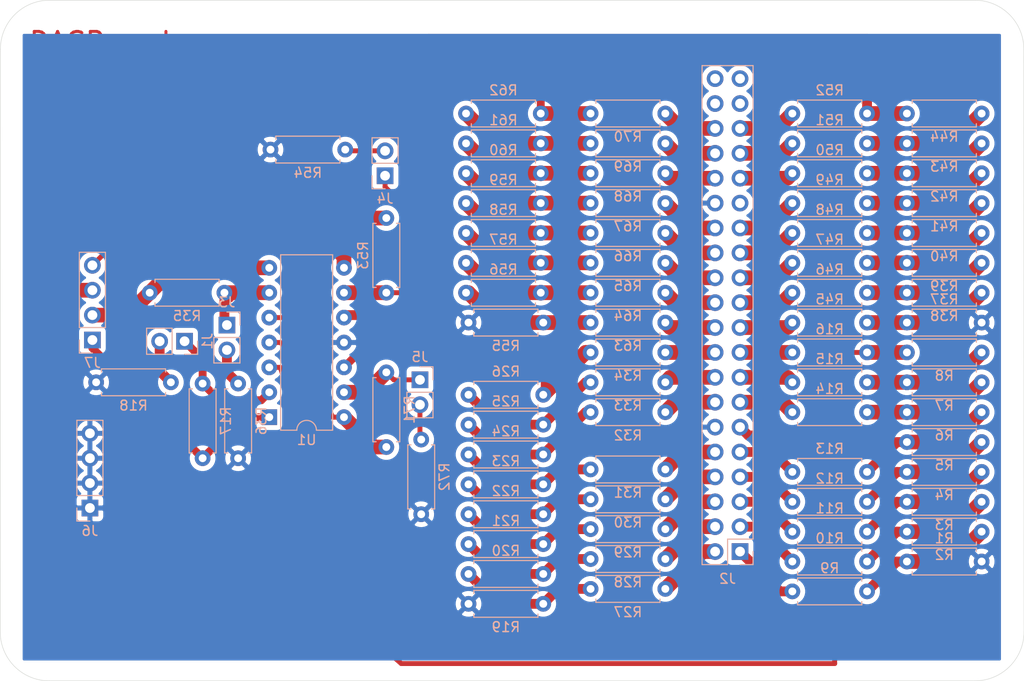
<source format=kicad_pcb>
(kicad_pcb (version 20171130) (host pcbnew 5.1.10)
  (layers (0 F.Cu signal) (31 B.Cu signal) (34 B.Paste user) (35 F.Paste user) (36 B.SilkS user) (37 F.SilkS user) (38 B.Mask user) (39 F.Mask user) (44 Edge.Cuts user))
  (net 0 "")
  (net 1 "Net-(J1-Pad2)")
  (net 2 "Net-(J1-Pad1)")
  (net 3 /IO_A0)
  (net 4 /IO_A1)
  (net 5 /IO_A2)
  (net 6 /IO_A3)
  (net 7 /IO_A4)
  (net 8 /IO_A5)
  (net 9 /IO_A6)
  (net 10 /IO_A7)
  (net 11 /IO_A8)
  (net 12 /IO_A9)
  (net 13 /+5V)
  (net 14 GND)
  (net 15 /IO_A10)
  (net 16 /IO_A11)
  (net 17 /IO_A12)
  (net 18 /IO_A13)
  (net 19 /IO_A14)
  (net 20 /IO_A15)
  (net 21 /IO_A16)
  (net 22 /IO_A17)
  (net 23 /IO_A18)
  (net 24 /IO_A19)
  (net 25 /IO_A20)
  (net 26 /IO_A21)
  (net 27 /IO_A22)
  (net 28 /IO_A23)
  (net 29 /IO_A24)
  (net 30 /IO_A25)
  (net 31 /IO_A26)
  (net 32 /IO_A27)
  (net 33 /IO_A28)
  (net 34 /IO_A29)
  (net 35 /IO_A30)
  (net 36 /IO_A31)
  (net 37 "Net-(J3-Pad1)")
  (net 38 "Net-(J3-Pad2)")
  (net 39 "Net-(J4-Pad2)")
  (net 40 "Net-(J4-Pad1)")
  (net 41 "Net-(J5-Pad1)")
  (net 42 "Net-(J5-Pad2)")
  (net 43 "Net-(J7-Pad4)")
  (net 44 "Net-(J7-Pad3)")
  (net 45 "Net-(J7-Pad2)")
  (net 46 "Net-(J7-Pad1)")
  (net 47 "Net-(R1-Pad2)")
  (net 48 "Net-(R10-Pad1)")
  (net 49 "Net-(R11-Pad1)")
  (net 50 "Net-(R12-Pad1)")
  (net 51 "Net-(R13-Pad1)")
  (net 52 "Net-(R14-Pad1)")
  (net 53 "Net-(R15-Pad1)")
  (net 54 "Net-(R16-Pad1)")
  (net 55 "Net-(R19-Pad2)")
  (net 56 "Net-(R20-Pad1)")
  (net 57 "Net-(R21-Pad1)")
  (net 58 "Net-(R22-Pad1)")
  (net 59 "Net-(R23-Pad1)")
  (net 60 "Net-(R24-Pad1)")
  (net 61 "Net-(R25-Pad1)")
  (net 62 "Net-(R26-Pad1)")
  (net 63 "Net-(R37-Pad2)")
  (net 64 "Net-(R38-Pad1)")
  (net 65 "Net-(R39-Pad1)")
  (net 66 "Net-(R40-Pad1)")
  (net 67 "Net-(R41-Pad1)")
  (net 68 "Net-(R42-Pad1)")
  (net 69 "Net-(R43-Pad1)")
  (net 70 "Net-(R44-Pad1)")
  (net 71 "Net-(R55-Pad2)")
  (net 72 "Net-(R56-Pad1)")
  (net 73 "Net-(R57-Pad1)")
  (net 74 "Net-(R58-Pad1)")
  (net 75 "Net-(R59-Pad1)")
  (net 76 "Net-(R60-Pad1)")
  (net 77 "Net-(R61-Pad1)")
  (net 78 "Net-(R62-Pad1)")
  (module Connector_PinHeader_2.54mm:PinHeader_1x02_P2.54mm_Vertical (layer B.Cu) (at 50.038 75.565 90)
    (fp_text reference J1 (at 0 2.33 90) (layer B.SilkS) (effects (justify mirror)))
    (fp_text value Conn_01x02_Male)
    (pad 2 thru_hole oval (at 0 -2.54 90) (size 1.7 1.7) (drill 1) (layers *.Cu *.Mask) (net 1 "Net-(J1-Pad2)"))
    (pad 1 thru_hole rect (at 0 0 90) (size 1.7 1.7) (drill 1) (layers *.Cu *.Mask) (net 2 "Net-(J1-Pad1)"))
  )
  (module Connector_PinHeader_2.54mm:PinHeader_1x02_P2.54mm_Vertical (layer B.Cu) (at 54.356 73.914 180)
    (fp_text reference J3 (at 0 2.33) (layer B.SilkS) (effects (justify mirror)))
    (fp_text value Conn_01x02_Male)
    (pad 1 thru_hole rect (at 0 0 180) (size 1.7 1.7) (drill 1) (layers *.Cu *.Mask) (net 37 "Net-(J3-Pad1)"))
    (pad 2 thru_hole oval (at 0 -2.54 180) (size 1.7 1.7) (drill 1) (layers *.Cu *.Mask) (net 38 "Net-(J3-Pad2)"))
  )
  (module Connector_PinHeader_2.54mm:PinHeader_1x02_P2.54mm_Vertical (layer B.Cu) (at 70.485 58.674)
    (fp_text reference J4 (at 0 2.33) (layer B.SilkS) (effects (justify mirror)))
    (fp_text value Conn_01x02_Male)
    (pad 2 thru_hole oval (at 0 -2.54) (size 1.7 1.7) (drill 1) (layers *.Cu *.Mask) (net 39 "Net-(J4-Pad2)"))
    (pad 1 thru_hole rect (at 0 0) (size 1.7 1.7) (drill 1) (layers *.Cu *.Mask) (net 40 "Net-(J4-Pad1)"))
  )
  (module Connector_PinHeader_2.54mm:PinHeader_1x02_P2.54mm_Vertical (layer B.Cu) (at 74.041 79.502 180)
    (fp_text reference J5 (at 0 2.33) (layer B.SilkS) (effects (justify mirror)))
    (fp_text value Conn_01x02_Male)
    (pad 1 thru_hole rect (at 0 0 180) (size 1.7 1.7) (drill 1) (layers *.Cu *.Mask) (net 41 "Net-(J5-Pad1)"))
    (pad 2 thru_hole oval (at 0 -2.54 180) (size 1.7 1.7) (drill 1) (layers *.Cu *.Mask) (net 42 "Net-(J5-Pad2)"))
  )
  (module Connector_PinHeader_2.54mm:PinHeader_1x04_P2.54mm_Vertical (layer B.Cu) (at 40.386 92.583)
    (fp_text reference J6 (at 0 2.33) (layer B.SilkS) (effects (justify mirror)))
    (fp_text value Conn_01x04_Male)
    (pad 1 thru_hole rect (at 0 0) (size 1.7 1.7) (drill 1) (layers *.Cu *.Mask) (net 14 GND))
    (pad 2 thru_hole oval (at 0 -2.54) (size 1.7 1.7) (drill 1) (layers *.Cu *.Mask) (net 14 GND))
    (pad 3 thru_hole oval (at 0 -5.08) (size 1.7 1.7) (drill 1) (layers *.Cu *.Mask) (net 14 GND))
    (pad 4 thru_hole oval (at 0 -7.62) (size 1.7 1.7) (drill 1) (layers *.Cu *.Mask) (net 14 GND))
  )
  (module Connector_PinHeader_2.54mm:PinHeader_1x04_P2.54mm_Vertical (layer B.Cu) (at 40.64 75.438)
    (fp_text reference J7 (at 0 2.33) (layer B.SilkS) (effects (justify mirror)))
    (fp_text value Conn_01x04_Male)
    (pad 4 thru_hole oval (at 0 -7.62) (size 1.7 1.7) (drill 1) (layers *.Cu *.Mask) (net 43 "Net-(J7-Pad4)"))
    (pad 3 thru_hole oval (at 0 -5.08) (size 1.7 1.7) (drill 1) (layers *.Cu *.Mask) (net 44 "Net-(J7-Pad3)"))
    (pad 2 thru_hole oval (at 0 -2.54) (size 1.7 1.7) (drill 1) (layers *.Cu *.Mask) (net 45 "Net-(J7-Pad2)"))
    (pad 1 thru_hole rect (at 0 0) (size 1.7 1.7) (drill 1) (layers *.Cu *.Mask) (net 46 "Net-(J7-Pad1)"))
  )
  (module Resistor_THT:R_Axial_DIN0207_L6.3mm_D2.5mm_P7.62mm_Horizontal (layer B.Cu) (at 131.318 98.044 180)
    (fp_text reference R1 (at 3.81 2.37) (layer B.SilkS) (effects (justify mirror)))
    (fp_text value "200 K")
    (pad 1 thru_hole circle (at 0 0 180) (size 1.6 1.6) (drill 0.8) (layers *.Cu *.Mask) (net 14 GND))
    (pad 2 thru_hole oval (at 7.62 0 180) (size 1.6 1.6) (drill 0.8) (layers *.Cu *.Mask) (net 47 "Net-(R1-Pad2)"))
  )
  (module Resistor_THT:R_Axial_DIN0207_L6.3mm_D2.5mm_P7.62mm_Horizontal (layer B.Cu) (at 123.698 94.996)
    (fp_text reference R2 (at 3.81 2.37) (layer B.SilkS) (effects (justify mirror)))
    (fp_text value "100 K")
    (pad 2 thru_hole oval (at 7.62 0) (size 1.6 1.6) (drill 0.8) (layers *.Cu *.Mask) (net 47 "Net-(R1-Pad2)"))
    (pad 1 thru_hole circle (at 0 0) (size 1.6 1.6) (drill 0.8) (layers *.Cu *.Mask) (net 48 "Net-(R10-Pad1)"))
  )
  (module Resistor_THT:R_Axial_DIN0207_L6.3mm_D2.5mm_P7.62mm_Horizontal (layer B.Cu) (at 123.698 91.948)
    (fp_text reference R3 (at 3.81 2.37) (layer B.SilkS) (effects (justify mirror)))
    (fp_text value "100 K")
    (pad 2 thru_hole oval (at 7.62 0) (size 1.6 1.6) (drill 0.8) (layers *.Cu *.Mask) (net 48 "Net-(R10-Pad1)"))
    (pad 1 thru_hole circle (at 0 0) (size 1.6 1.6) (drill 0.8) (layers *.Cu *.Mask) (net 49 "Net-(R11-Pad1)"))
  )
  (module Resistor_THT:R_Axial_DIN0207_L6.3mm_D2.5mm_P7.62mm_Horizontal (layer B.Cu) (at 123.698 88.9)
    (fp_text reference R4 (at 3.81 2.37) (layer B.SilkS) (effects (justify mirror)))
    (fp_text value "100 K")
    (pad 1 thru_hole circle (at 0 0) (size 1.6 1.6) (drill 0.8) (layers *.Cu *.Mask) (net 50 "Net-(R12-Pad1)"))
    (pad 2 thru_hole oval (at 7.62 0) (size 1.6 1.6) (drill 0.8) (layers *.Cu *.Mask) (net 49 "Net-(R11-Pad1)"))
  )
  (module Resistor_THT:R_Axial_DIN0207_L6.3mm_D2.5mm_P7.62mm_Horizontal (layer B.Cu) (at 123.698 85.852)
    (fp_text reference R5 (at 3.81 2.37) (layer B.SilkS) (effects (justify mirror)))
    (fp_text value "100 K")
    (pad 2 thru_hole oval (at 7.62 0) (size 1.6 1.6) (drill 0.8) (layers *.Cu *.Mask) (net 50 "Net-(R12-Pad1)"))
    (pad 1 thru_hole circle (at 0 0) (size 1.6 1.6) (drill 0.8) (layers *.Cu *.Mask) (net 51 "Net-(R13-Pad1)"))
  )
  (module Resistor_THT:R_Axial_DIN0207_L6.3mm_D2.5mm_P7.62mm_Horizontal (layer B.Cu) (at 123.698 82.804)
    (fp_text reference R6 (at 3.81 2.37) (layer B.SilkS) (effects (justify mirror)))
    (fp_text value "100 K")
    (pad 1 thru_hole circle (at 0 0) (size 1.6 1.6) (drill 0.8) (layers *.Cu *.Mask) (net 52 "Net-(R14-Pad1)"))
    (pad 2 thru_hole oval (at 7.62 0) (size 1.6 1.6) (drill 0.8) (layers *.Cu *.Mask) (net 51 "Net-(R13-Pad1)"))
  )
  (module Resistor_THT:R_Axial_DIN0207_L6.3mm_D2.5mm_P7.62mm_Horizontal (layer B.Cu) (at 123.698 79.756)
    (fp_text reference R7 (at 3.81 2.37) (layer B.SilkS) (effects (justify mirror)))
    (fp_text value "100 K")
    (pad 2 thru_hole oval (at 7.62 0) (size 1.6 1.6) (drill 0.8) (layers *.Cu *.Mask) (net 52 "Net-(R14-Pad1)"))
    (pad 1 thru_hole circle (at 0 0) (size 1.6 1.6) (drill 0.8) (layers *.Cu *.Mask) (net 53 "Net-(R15-Pad1)"))
  )
  (module Resistor_THT:R_Axial_DIN0207_L6.3mm_D2.5mm_P7.62mm_Horizontal (layer B.Cu) (at 123.698 76.708)
    (fp_text reference R8 (at 3.81 2.37) (layer B.SilkS) (effects (justify mirror)))
    (fp_text value "100 K")
    (pad 1 thru_hole circle (at 0 0) (size 1.6 1.6) (drill 0.8) (layers *.Cu *.Mask) (net 54 "Net-(R16-Pad1)"))
    (pad 2 thru_hole oval (at 7.62 0) (size 1.6 1.6) (drill 0.8) (layers *.Cu *.Mask) (net 53 "Net-(R15-Pad1)"))
  )
  (module Resistor_THT:R_Axial_DIN0207_L6.3mm_D2.5mm_P7.62mm_Horizontal (layer B.Cu) (at 119.634 101.092 180)
    (fp_text reference R9 (at 3.81 2.37) (layer B.SilkS) (effects (justify mirror)))
    (fp_text value "200 K")
    (pad 1 thru_hole circle (at 0 0 180) (size 1.6 1.6) (drill 0.8) (layers *.Cu *.Mask) (net 47 "Net-(R1-Pad2)"))
    (pad 2 thru_hole oval (at 7.62 0 180) (size 1.6 1.6) (drill 0.8) (layers *.Cu *.Mask) (net 3 /IO_A0))
  )
  (module Resistor_THT:R_Axial_DIN0207_L6.3mm_D2.5mm_P7.62mm_Horizontal (layer B.Cu) (at 119.634 98.044 180)
    (fp_text reference R10 (at 3.81 2.37) (layer B.SilkS) (effects (justify mirror)))
    (fp_text value "200 K")
    (pad 1 thru_hole circle (at 0 0 180) (size 1.6 1.6) (drill 0.8) (layers *.Cu *.Mask) (net 48 "Net-(R10-Pad1)"))
    (pad 2 thru_hole oval (at 7.62 0 180) (size 1.6 1.6) (drill 0.8) (layers *.Cu *.Mask) (net 5 /IO_A2))
  )
  (module Resistor_THT:R_Axial_DIN0207_L6.3mm_D2.5mm_P7.62mm_Horizontal (layer B.Cu) (at 119.634 94.996 180)
    (fp_text reference R11 (at 3.81 2.37) (layer B.SilkS) (effects (justify mirror)))
    (fp_text value "200 K")
    (pad 2 thru_hole oval (at 7.62 0 180) (size 1.6 1.6) (drill 0.8) (layers *.Cu *.Mask) (net 7 /IO_A4))
    (pad 1 thru_hole circle (at 0 0 180) (size 1.6 1.6) (drill 0.8) (layers *.Cu *.Mask) (net 49 "Net-(R11-Pad1)"))
  )
  (module Resistor_THT:R_Axial_DIN0207_L6.3mm_D2.5mm_P7.62mm_Horizontal (layer B.Cu) (at 119.634 91.948 180)
    (fp_text reference R12 (at 3.81 2.37) (layer B.SilkS) (effects (justify mirror)))
    (fp_text value "200 K")
    (pad 1 thru_hole circle (at 0 0 180) (size 1.6 1.6) (drill 0.8) (layers *.Cu *.Mask) (net 50 "Net-(R12-Pad1)"))
    (pad 2 thru_hole oval (at 7.62 0 180) (size 1.6 1.6) (drill 0.8) (layers *.Cu *.Mask) (net 9 /IO_A6))
  )
  (module Resistor_THT:R_Axial_DIN0207_L6.3mm_D2.5mm_P7.62mm_Horizontal (layer B.Cu) (at 119.634 88.9 180)
    (fp_text reference R13 (at 3.81 2.37) (layer B.SilkS) (effects (justify mirror)))
    (fp_text value "200 K")
    (pad 2 thru_hole oval (at 7.62 0 180) (size 1.6 1.6) (drill 0.8) (layers *.Cu *.Mask) (net 11 /IO_A8))
    (pad 1 thru_hole circle (at 0 0 180) (size 1.6 1.6) (drill 0.8) (layers *.Cu *.Mask) (net 51 "Net-(R13-Pad1)"))
  )
  (module Resistor_THT:R_Axial_DIN0207_L6.3mm_D2.5mm_P7.62mm_Horizontal (layer B.Cu) (at 119.634 82.804 180)
    (fp_text reference R14 (at 3.81 2.37) (layer B.SilkS) (effects (justify mirror)))
    (fp_text value "200 K")
    (pad 1 thru_hole circle (at 0 0 180) (size 1.6 1.6) (drill 0.8) (layers *.Cu *.Mask) (net 52 "Net-(R14-Pad1)"))
    (pad 2 thru_hole oval (at 7.62 0 180) (size 1.6 1.6) (drill 0.8) (layers *.Cu *.Mask) (net 15 /IO_A10))
  )
  (module Resistor_THT:R_Axial_DIN0207_L6.3mm_D2.5mm_P7.62mm_Horizontal (layer B.Cu) (at 119.634 79.756 180)
    (fp_text reference R15 (at 3.81 2.37) (layer B.SilkS) (effects (justify mirror)))
    (fp_text value "200 K")
    (pad 2 thru_hole oval (at 7.62 0 180) (size 1.6 1.6) (drill 0.8) (layers *.Cu *.Mask) (net 17 /IO_A12))
    (pad 1 thru_hole circle (at 0 0 180) (size 1.6 1.6) (drill 0.8) (layers *.Cu *.Mask) (net 53 "Net-(R15-Pad1)"))
  )
  (module Resistor_THT:R_Axial_DIN0207_L6.3mm_D2.5mm_P7.62mm_Horizontal (layer B.Cu) (at 119.634 76.708 180)
    (fp_text reference R16 (at 3.81 2.37) (layer B.SilkS) (effects (justify mirror)))
    (fp_text value "200 K")
    (pad 2 thru_hole oval (at 7.62 0 180) (size 1.6 1.6) (drill 0.8) (layers *.Cu *.Mask) (net 19 /IO_A14))
    (pad 1 thru_hole circle (at 0 0 180) (size 1.6 1.6) (drill 0.8) (layers *.Cu *.Mask) (net 54 "Net-(R16-Pad1)"))
  )
  (module Resistor_THT:R_Axial_DIN0207_L6.3mm_D2.5mm_P7.62mm_Horizontal (layer B.Cu) (at 51.8795 87.503 90)
    (fp_text reference R17 (at 3.81 2.37 90) (layer B.SilkS) (effects (justify mirror)))
    (fp_text value "1 K")
    (pad 2 thru_hole oval (at 7.62 0 90) (size 1.6 1.6) (drill 0.8) (layers *.Cu *.Mask) (net 2 "Net-(J1-Pad1)"))
    (pad 1 thru_hole circle (at 0 0 90) (size 1.6 1.6) (drill 0.8) (layers *.Cu *.Mask) (net 46 "Net-(J7-Pad1)"))
  )
  (module Resistor_THT:R_Axial_DIN0207_L6.3mm_D2.5mm_P7.62mm_Horizontal (layer B.Cu) (at 41.021 79.756)
    (fp_text reference R18 (at 3.81 2.37) (layer B.SilkS) (effects (justify mirror)))
    (fp_text value "2 K")
    (pad 1 thru_hole circle (at 0 0) (size 1.6 1.6) (drill 0.8) (layers *.Cu *.Mask) (net 14 GND))
    (pad 2 thru_hole oval (at 7.62 0) (size 1.6 1.6) (drill 0.8) (layers *.Cu *.Mask) (net 1 "Net-(J1-Pad2)"))
  )
  (module Resistor_THT:R_Axial_DIN0207_L6.3mm_D2.5mm_P7.62mm_Horizontal (layer B.Cu) (at 78.994 102.362)
    (fp_text reference R19 (at 3.81 2.37) (layer B.SilkS) (effects (justify mirror)))
    (fp_text value "200 K")
    (pad 1 thru_hole circle (at 0 0) (size 1.6 1.6) (drill 0.8) (layers *.Cu *.Mask) (net 14 GND))
    (pad 2 thru_hole oval (at 7.62 0) (size 1.6 1.6) (drill 0.8) (layers *.Cu *.Mask) (net 55 "Net-(R19-Pad2)"))
  )
  (module Resistor_THT:R_Axial_DIN0207_L6.3mm_D2.5mm_P7.62mm_Horizontal (layer B.Cu) (at 86.614 99.314 180)
    (fp_text reference R20 (at 3.81 2.37) (layer B.SilkS) (effects (justify mirror)))
    (fp_text value "100 K")
    (pad 2 thru_hole oval (at 7.62 0 180) (size 1.6 1.6) (drill 0.8) (layers *.Cu *.Mask) (net 55 "Net-(R19-Pad2)"))
    (pad 1 thru_hole circle (at 0 0 180) (size 1.6 1.6) (drill 0.8) (layers *.Cu *.Mask) (net 56 "Net-(R20-Pad1)"))
  )
  (module Resistor_THT:R_Axial_DIN0207_L6.3mm_D2.5mm_P7.62mm_Horizontal (layer B.Cu) (at 86.614 96.266 180)
    (fp_text reference R21 (at 3.81 2.37) (layer B.SilkS) (effects (justify mirror)))
    (fp_text value "100 K")
    (pad 1 thru_hole circle (at 0 0 180) (size 1.6 1.6) (drill 0.8) (layers *.Cu *.Mask) (net 57 "Net-(R21-Pad1)"))
    (pad 2 thru_hole oval (at 7.62 0 180) (size 1.6 1.6) (drill 0.8) (layers *.Cu *.Mask) (net 56 "Net-(R20-Pad1)"))
  )
  (module Resistor_THT:R_Axial_DIN0207_L6.3mm_D2.5mm_P7.62mm_Horizontal (layer B.Cu) (at 86.614 93.218 180)
    (fp_text reference R22 (at 3.81 2.37) (layer B.SilkS) (effects (justify mirror)))
    (fp_text value "100 K")
    (pad 2 thru_hole oval (at 7.62 0 180) (size 1.6 1.6) (drill 0.8) (layers *.Cu *.Mask) (net 57 "Net-(R21-Pad1)"))
    (pad 1 thru_hole circle (at 0 0 180) (size 1.6 1.6) (drill 0.8) (layers *.Cu *.Mask) (net 58 "Net-(R22-Pad1)"))
  )
  (module Resistor_THT:R_Axial_DIN0207_L6.3mm_D2.5mm_P7.62mm_Horizontal (layer B.Cu) (at 86.614 90.17 180)
    (fp_text reference R23 (at 3.81 2.37) (layer B.SilkS) (effects (justify mirror)))
    (fp_text value "100 K")
    (pad 2 thru_hole oval (at 7.62 0 180) (size 1.6 1.6) (drill 0.8) (layers *.Cu *.Mask) (net 58 "Net-(R22-Pad1)"))
    (pad 1 thru_hole circle (at 0 0 180) (size 1.6 1.6) (drill 0.8) (layers *.Cu *.Mask) (net 59 "Net-(R23-Pad1)"))
  )
  (module Resistor_THT:R_Axial_DIN0207_L6.3mm_D2.5mm_P7.62mm_Horizontal (layer B.Cu) (at 86.614 87.122 180)
    (fp_text reference R24 (at 3.81 2.37) (layer B.SilkS) (effects (justify mirror)))
    (fp_text value "100 K")
    (pad 1 thru_hole circle (at 0 0 180) (size 1.6 1.6) (drill 0.8) (layers *.Cu *.Mask) (net 60 "Net-(R24-Pad1)"))
    (pad 2 thru_hole oval (at 7.62 0 180) (size 1.6 1.6) (drill 0.8) (layers *.Cu *.Mask) (net 59 "Net-(R23-Pad1)"))
  )
  (module Resistor_THT:R_Axial_DIN0207_L6.3mm_D2.5mm_P7.62mm_Horizontal (layer B.Cu) (at 86.614 84.074 180)
    (fp_text reference R25 (at 3.81 2.37) (layer B.SilkS) (effects (justify mirror)))
    (fp_text value "100 K")
    (pad 1 thru_hole circle (at 0 0 180) (size 1.6 1.6) (drill 0.8) (layers *.Cu *.Mask) (net 61 "Net-(R25-Pad1)"))
    (pad 2 thru_hole oval (at 7.62 0 180) (size 1.6 1.6) (drill 0.8) (layers *.Cu *.Mask) (net 60 "Net-(R24-Pad1)"))
  )
  (module Resistor_THT:R_Axial_DIN0207_L6.3mm_D2.5mm_P7.62mm_Horizontal (layer B.Cu) (at 86.614 81.026 180)
    (fp_text reference R26 (at 3.81 2.37) (layer B.SilkS) (effects (justify mirror)))
    (fp_text value "100 K")
    (pad 2 thru_hole oval (at 7.62 0 180) (size 1.6 1.6) (drill 0.8) (layers *.Cu *.Mask) (net 61 "Net-(R25-Pad1)"))
    (pad 1 thru_hole circle (at 0 0 180) (size 1.6 1.6) (drill 0.8) (layers *.Cu *.Mask) (net 62 "Net-(R26-Pad1)"))
  )
  (module Resistor_THT:R_Axial_DIN0207_L6.3mm_D2.5mm_P7.62mm_Horizontal (layer B.Cu) (at 91.44 100.838)
    (fp_text reference R27 (at 3.81 2.37) (layer B.SilkS) (effects (justify mirror)))
    (fp_text value "200 K")
    (pad 2 thru_hole oval (at 7.62 0) (size 1.6 1.6) (drill 0.8) (layers *.Cu *.Mask) (net 4 /IO_A1))
    (pad 1 thru_hole circle (at 0 0) (size 1.6 1.6) (drill 0.8) (layers *.Cu *.Mask) (net 55 "Net-(R19-Pad2)"))
  )
  (module Resistor_THT:R_Axial_DIN0207_L6.3mm_D2.5mm_P7.62mm_Horizontal (layer B.Cu) (at 91.44 97.79)
    (fp_text reference R28 (at 3.81 2.37) (layer B.SilkS) (effects (justify mirror)))
    (fp_text value "200 K")
    (pad 2 thru_hole oval (at 7.62 0) (size 1.6 1.6) (drill 0.8) (layers *.Cu *.Mask) (net 6 /IO_A3))
    (pad 1 thru_hole circle (at 0 0) (size 1.6 1.6) (drill 0.8) (layers *.Cu *.Mask) (net 56 "Net-(R20-Pad1)"))
  )
  (module Resistor_THT:R_Axial_DIN0207_L6.3mm_D2.5mm_P7.62mm_Horizontal (layer B.Cu) (at 91.44 94.742)
    (fp_text reference R29 (at 3.81 2.37) (layer B.SilkS) (effects (justify mirror)))
    (fp_text value "200 K")
    (pad 1 thru_hole circle (at 0 0) (size 1.6 1.6) (drill 0.8) (layers *.Cu *.Mask) (net 57 "Net-(R21-Pad1)"))
    (pad 2 thru_hole oval (at 7.62 0) (size 1.6 1.6) (drill 0.8) (layers *.Cu *.Mask) (net 8 /IO_A5))
  )
  (module Resistor_THT:R_Axial_DIN0207_L6.3mm_D2.5mm_P7.62mm_Horizontal (layer B.Cu) (at 91.44 91.694)
    (fp_text reference R30 (at 3.81 2.37) (layer B.SilkS) (effects (justify mirror)))
    (fp_text value "200 K")
    (pad 2 thru_hole oval (at 7.62 0) (size 1.6 1.6) (drill 0.8) (layers *.Cu *.Mask) (net 10 /IO_A7))
    (pad 1 thru_hole circle (at 0 0) (size 1.6 1.6) (drill 0.8) (layers *.Cu *.Mask) (net 58 "Net-(R22-Pad1)"))
  )
  (module Resistor_THT:R_Axial_DIN0207_L6.3mm_D2.5mm_P7.62mm_Horizontal (layer B.Cu) (at 91.44 88.646)
    (fp_text reference R31 (at 3.81 2.37) (layer B.SilkS) (effects (justify mirror)))
    (fp_text value "200 K")
    (pad 1 thru_hole circle (at 0 0) (size 1.6 1.6) (drill 0.8) (layers *.Cu *.Mask) (net 59 "Net-(R23-Pad1)"))
    (pad 2 thru_hole oval (at 7.62 0) (size 1.6 1.6) (drill 0.8) (layers *.Cu *.Mask) (net 12 /IO_A9))
  )
  (module Resistor_THT:R_Axial_DIN0207_L6.3mm_D2.5mm_P7.62mm_Horizontal (layer B.Cu) (at 91.44 82.804)
    (fp_text reference R32 (at 3.81 2.37) (layer B.SilkS) (effects (justify mirror)))
    (fp_text value "200 K")
    (pad 2 thru_hole oval (at 7.62 0) (size 1.6 1.6) (drill 0.8) (layers *.Cu *.Mask) (net 16 /IO_A11))
    (pad 1 thru_hole circle (at 0 0) (size 1.6 1.6) (drill 0.8) (layers *.Cu *.Mask) (net 60 "Net-(R24-Pad1)"))
  )
  (module Resistor_THT:R_Axial_DIN0207_L6.3mm_D2.5mm_P7.62mm_Horizontal (layer B.Cu) (at 91.44 79.756)
    (fp_text reference R33 (at 3.81 2.37) (layer B.SilkS) (effects (justify mirror)))
    (fp_text value "200 K")
    (pad 1 thru_hole circle (at 0 0) (size 1.6 1.6) (drill 0.8) (layers *.Cu *.Mask) (net 61 "Net-(R25-Pad1)"))
    (pad 2 thru_hole oval (at 7.62 0) (size 1.6 1.6) (drill 0.8) (layers *.Cu *.Mask) (net 18 /IO_A13))
  )
  (module Resistor_THT:R_Axial_DIN0207_L6.3mm_D2.5mm_P7.62mm_Horizontal (layer B.Cu) (at 91.44 76.708)
    (fp_text reference R34 (at 3.81 2.37) (layer B.SilkS) (effects (justify mirror)))
    (fp_text value "200 K")
    (pad 2 thru_hole oval (at 7.62 0) (size 1.6 1.6) (drill 0.8) (layers *.Cu *.Mask) (net 20 /IO_A15))
    (pad 1 thru_hole circle (at 0 0) (size 1.6 1.6) (drill 0.8) (layers *.Cu *.Mask) (net 62 "Net-(R26-Pad1)"))
  )
  (module Resistor_THT:R_Axial_DIN0207_L6.3mm_D2.5mm_P7.62mm_Horizontal (layer B.Cu) (at 46.482 70.612)
    (fp_text reference R35 (at 3.81 2.37) (layer B.SilkS) (effects (justify mirror)))
    (fp_text value "1 K")
    (pad 2 thru_hole oval (at 7.62 0) (size 1.6 1.6) (drill 0.8) (layers *.Cu *.Mask) (net 37 "Net-(J3-Pad1)"))
    (pad 1 thru_hole circle (at 0 0) (size 1.6 1.6) (drill 0.8) (layers *.Cu *.Mask) (net 45 "Net-(J7-Pad2)"))
  )
  (module Resistor_THT:R_Axial_DIN0207_L6.3mm_D2.5mm_P7.62mm_Horizontal (layer B.Cu) (at 55.499 87.503 90)
    (fp_text reference R36 (at 3.81 2.37 90) (layer B.SilkS) (effects (justify mirror)))
    (fp_text value "2 K")
    (pad 1 thru_hole circle (at 0 0 90) (size 1.6 1.6) (drill 0.8) (layers *.Cu *.Mask) (net 14 GND))
    (pad 2 thru_hole oval (at 7.62 0 90) (size 1.6 1.6) (drill 0.8) (layers *.Cu *.Mask) (net 38 "Net-(J3-Pad2)"))
  )
  (module Resistor_THT:R_Axial_DIN0207_L6.3mm_D2.5mm_P7.62mm_Horizontal (layer B.Cu) (at 131.318 73.66 180)
    (fp_text reference R37 (at 3.81 2.37) (layer B.SilkS) (effects (justify mirror)))
    (fp_text value "200 K")
    (pad 2 thru_hole oval (at 7.62 0 180) (size 1.6 1.6) (drill 0.8) (layers *.Cu *.Mask) (net 63 "Net-(R37-Pad2)"))
    (pad 1 thru_hole circle (at 0 0 180) (size 1.6 1.6) (drill 0.8) (layers *.Cu *.Mask) (net 14 GND))
  )
  (module Resistor_THT:R_Axial_DIN0207_L6.3mm_D2.5mm_P7.62mm_Horizontal (layer B.Cu) (at 123.698 70.612)
    (fp_text reference R38 (at 3.81 2.37) (layer B.SilkS) (effects (justify mirror)))
    (fp_text value "100 K")
    (pad 1 thru_hole circle (at 0 0) (size 1.6 1.6) (drill 0.8) (layers *.Cu *.Mask) (net 64 "Net-(R38-Pad1)"))
    (pad 2 thru_hole oval (at 7.62 0) (size 1.6 1.6) (drill 0.8) (layers *.Cu *.Mask) (net 63 "Net-(R37-Pad2)"))
  )
  (module Resistor_THT:R_Axial_DIN0207_L6.3mm_D2.5mm_P7.62mm_Horizontal (layer B.Cu) (at 123.698 67.564)
    (fp_text reference R39 (at 3.81 2.37) (layer B.SilkS) (effects (justify mirror)))
    (fp_text value "100 K")
    (pad 1 thru_hole circle (at 0 0) (size 1.6 1.6) (drill 0.8) (layers *.Cu *.Mask) (net 65 "Net-(R39-Pad1)"))
    (pad 2 thru_hole oval (at 7.62 0) (size 1.6 1.6) (drill 0.8) (layers *.Cu *.Mask) (net 64 "Net-(R38-Pad1)"))
  )
  (module Resistor_THT:R_Axial_DIN0207_L6.3mm_D2.5mm_P7.62mm_Horizontal (layer B.Cu) (at 123.698 64.516)
    (fp_text reference R40 (at 3.81 2.37) (layer B.SilkS) (effects (justify mirror)))
    (fp_text value "100 K")
    (pad 2 thru_hole oval (at 7.62 0) (size 1.6 1.6) (drill 0.8) (layers *.Cu *.Mask) (net 65 "Net-(R39-Pad1)"))
    (pad 1 thru_hole circle (at 0 0) (size 1.6 1.6) (drill 0.8) (layers *.Cu *.Mask) (net 66 "Net-(R40-Pad1)"))
  )
  (module Resistor_THT:R_Axial_DIN0207_L6.3mm_D2.5mm_P7.62mm_Horizontal (layer B.Cu) (at 123.698 61.468)
    (fp_text reference R41 (at 3.81 2.37) (layer B.SilkS) (effects (justify mirror)))
    (fp_text value "100 K")
    (pad 1 thru_hole circle (at 0 0) (size 1.6 1.6) (drill 0.8) (layers *.Cu *.Mask) (net 67 "Net-(R41-Pad1)"))
    (pad 2 thru_hole oval (at 7.62 0) (size 1.6 1.6) (drill 0.8) (layers *.Cu *.Mask) (net 66 "Net-(R40-Pad1)"))
  )
  (module Resistor_THT:R_Axial_DIN0207_L6.3mm_D2.5mm_P7.62mm_Horizontal (layer B.Cu) (at 123.698 58.42)
    (fp_text reference R42 (at 3.81 2.37) (layer B.SilkS) (effects (justify mirror)))
    (fp_text value "100 K")
    (pad 2 thru_hole oval (at 7.62 0) (size 1.6 1.6) (drill 0.8) (layers *.Cu *.Mask) (net 67 "Net-(R41-Pad1)"))
    (pad 1 thru_hole circle (at 0 0) (size 1.6 1.6) (drill 0.8) (layers *.Cu *.Mask) (net 68 "Net-(R42-Pad1)"))
  )
  (module Resistor_THT:R_Axial_DIN0207_L6.3mm_D2.5mm_P7.62mm_Horizontal (layer B.Cu) (at 123.698 55.372)
    (fp_text reference R43 (at 3.81 2.37) (layer B.SilkS) (effects (justify mirror)))
    (fp_text value "100 K")
    (pad 1 thru_hole circle (at 0 0) (size 1.6 1.6) (drill 0.8) (layers *.Cu *.Mask) (net 69 "Net-(R43-Pad1)"))
    (pad 2 thru_hole oval (at 7.62 0) (size 1.6 1.6) (drill 0.8) (layers *.Cu *.Mask) (net 68 "Net-(R42-Pad1)"))
  )
  (module Resistor_THT:R_Axial_DIN0207_L6.3mm_D2.5mm_P7.62mm_Horizontal (layer B.Cu) (at 123.698 52.324)
    (fp_text reference R44 (at 3.81 2.37) (layer B.SilkS) (effects (justify mirror)))
    (fp_text value "100 K")
    (pad 2 thru_hole oval (at 7.62 0) (size 1.6 1.6) (drill 0.8) (layers *.Cu *.Mask) (net 69 "Net-(R43-Pad1)"))
    (pad 1 thru_hole circle (at 0 0) (size 1.6 1.6) (drill 0.8) (layers *.Cu *.Mask) (net 70 "Net-(R44-Pad1)"))
  )
  (module Resistor_THT:R_Axial_DIN0207_L6.3mm_D2.5mm_P7.62mm_Horizontal (layer B.Cu) (at 119.634 73.66 180)
    (fp_text reference R45 (at 3.81 2.37) (layer B.SilkS) (effects (justify mirror)))
    (fp_text value "200 K")
    (pad 1 thru_hole circle (at 0 0 180) (size 1.6 1.6) (drill 0.8) (layers *.Cu *.Mask) (net 63 "Net-(R37-Pad2)"))
    (pad 2 thru_hole oval (at 7.62 0 180) (size 1.6 1.6) (drill 0.8) (layers *.Cu *.Mask) (net 21 /IO_A16))
  )
  (module Resistor_THT:R_Axial_DIN0207_L6.3mm_D2.5mm_P7.62mm_Horizontal (layer B.Cu) (at 119.634 70.612 180)
    (fp_text reference R46 (at 3.81 2.37) (layer B.SilkS) (effects (justify mirror)))
    (fp_text value "200 K")
    (pad 1 thru_hole circle (at 0 0 180) (size 1.6 1.6) (drill 0.8) (layers *.Cu *.Mask) (net 64 "Net-(R38-Pad1)"))
    (pad 2 thru_hole oval (at 7.62 0 180) (size 1.6 1.6) (drill 0.8) (layers *.Cu *.Mask) (net 23 /IO_A18))
  )
  (module Resistor_THT:R_Axial_DIN0207_L6.3mm_D2.5mm_P7.62mm_Horizontal (layer B.Cu) (at 119.634 67.564 180)
    (fp_text reference R47 (at 3.81 2.37) (layer B.SilkS) (effects (justify mirror)))
    (fp_text value "200 K")
    (pad 1 thru_hole circle (at 0 0 180) (size 1.6 1.6) (drill 0.8) (layers *.Cu *.Mask) (net 65 "Net-(R39-Pad1)"))
    (pad 2 thru_hole oval (at 7.62 0 180) (size 1.6 1.6) (drill 0.8) (layers *.Cu *.Mask) (net 25 /IO_A20))
  )
  (module Resistor_THT:R_Axial_DIN0207_L6.3mm_D2.5mm_P7.62mm_Horizontal (layer B.Cu) (at 119.634 64.516 180)
    (fp_text reference R48 (at 3.81 2.37) (layer B.SilkS) (effects (justify mirror)))
    (fp_text value "200 K")
    (pad 2 thru_hole oval (at 7.62 0 180) (size 1.6 1.6) (drill 0.8) (layers *.Cu *.Mask) (net 27 /IO_A22))
    (pad 1 thru_hole circle (at 0 0 180) (size 1.6 1.6) (drill 0.8) (layers *.Cu *.Mask) (net 66 "Net-(R40-Pad1)"))
  )
  (module Resistor_THT:R_Axial_DIN0207_L6.3mm_D2.5mm_P7.62mm_Horizontal (layer B.Cu) (at 119.634 61.468 180)
    (fp_text reference R49 (at 3.81 2.37) (layer B.SilkS) (effects (justify mirror)))
    (fp_text value "200 K")
    (pad 1 thru_hole circle (at 0 0 180) (size 1.6 1.6) (drill 0.8) (layers *.Cu *.Mask) (net 67 "Net-(R41-Pad1)"))
    (pad 2 thru_hole oval (at 7.62 0 180) (size 1.6 1.6) (drill 0.8) (layers *.Cu *.Mask) (net 29 /IO_A24))
  )
  (module Resistor_THT:R_Axial_DIN0207_L6.3mm_D2.5mm_P7.62mm_Horizontal (layer B.Cu) (at 119.634 58.42 180)
    (fp_text reference R50 (at 3.81 2.37) (layer B.SilkS) (effects (justify mirror)))
    (fp_text value "200 K")
    (pad 2 thru_hole oval (at 7.62 0 180) (size 1.6 1.6) (drill 0.8) (layers *.Cu *.Mask) (net 31 /IO_A26))
    (pad 1 thru_hole circle (at 0 0 180) (size 1.6 1.6) (drill 0.8) (layers *.Cu *.Mask) (net 68 "Net-(R42-Pad1)"))
  )
  (module Resistor_THT:R_Axial_DIN0207_L6.3mm_D2.5mm_P7.62mm_Horizontal (layer B.Cu) (at 119.634 55.372 180)
    (fp_text reference R51 (at 3.81 2.37) (layer B.SilkS) (effects (justify mirror)))
    (fp_text value "200 K")
    (pad 1 thru_hole circle (at 0 0 180) (size 1.6 1.6) (drill 0.8) (layers *.Cu *.Mask) (net 69 "Net-(R43-Pad1)"))
    (pad 2 thru_hole oval (at 7.62 0 180) (size 1.6 1.6) (drill 0.8) (layers *.Cu *.Mask) (net 33 /IO_A28))
  )
  (module Resistor_THT:R_Axial_DIN0207_L6.3mm_D2.5mm_P7.62mm_Horizontal (layer B.Cu) (at 119.634 52.324 180)
    (fp_text reference R52 (at 3.81 2.37) (layer B.SilkS) (effects (justify mirror)))
    (fp_text value "200 K")
    (pad 2 thru_hole oval (at 7.62 0 180) (size 1.6 1.6) (drill 0.8) (layers *.Cu *.Mask) (net 35 /IO_A30))
    (pad 1 thru_hole circle (at 0 0 180) (size 1.6 1.6) (drill 0.8) (layers *.Cu *.Mask) (net 70 "Net-(R44-Pad1)"))
  )
  (module Resistor_THT:R_Axial_DIN0207_L6.3mm_D2.5mm_P7.62mm_Horizontal (layer B.Cu) (at 70.612 62.992 270)
    (fp_text reference R53 (at 3.81 2.37 90) (layer B.SilkS) (effects (justify mirror)))
    (fp_text value "1 K")
    (pad 2 thru_hole oval (at 7.62 0 270) (size 1.6 1.6) (drill 0.8) (layers *.Cu *.Mask) (net 40 "Net-(J4-Pad1)"))
    (pad 1 thru_hole circle (at 0 0 270) (size 1.6 1.6) (drill 0.8) (layers *.Cu *.Mask) (net 44 "Net-(J7-Pad3)"))
  )
  (module Resistor_THT:R_Axial_DIN0207_L6.3mm_D2.5mm_P7.62mm_Horizontal (layer B.Cu) (at 58.801 56.007)
    (fp_text reference R54 (at 3.81 2.37) (layer B.SilkS) (effects (justify mirror)))
    (fp_text value "2 K")
    (pad 1 thru_hole circle (at 0 0) (size 1.6 1.6) (drill 0.8) (layers *.Cu *.Mask) (net 14 GND))
    (pad 2 thru_hole oval (at 7.62 0) (size 1.6 1.6) (drill 0.8) (layers *.Cu *.Mask) (net 39 "Net-(J4-Pad2)"))
  )
  (module Resistor_THT:R_Axial_DIN0207_L6.3mm_D2.5mm_P7.62mm_Horizontal (layer B.Cu) (at 78.994 73.66)
    (fp_text reference R55 (at 3.81 2.37) (layer B.SilkS) (effects (justify mirror)))
    (fp_text value "200 K")
    (pad 2 thru_hole oval (at 7.62 0) (size 1.6 1.6) (drill 0.8) (layers *.Cu *.Mask) (net 71 "Net-(R55-Pad2)"))
    (pad 1 thru_hole circle (at 0 0) (size 1.6 1.6) (drill 0.8) (layers *.Cu *.Mask) (net 14 GND))
  )
  (module Resistor_THT:R_Axial_DIN0207_L6.3mm_D2.5mm_P7.62mm_Horizontal (layer B.Cu) (at 86.36 70.612 180)
    (fp_text reference R56 (at 3.81 2.37) (layer B.SilkS) (effects (justify mirror)))
    (fp_text value "100 K")
    (pad 1 thru_hole circle (at 0 0 180) (size 1.6 1.6) (drill 0.8) (layers *.Cu *.Mask) (net 72 "Net-(R56-Pad1)"))
    (pad 2 thru_hole oval (at 7.62 0 180) (size 1.6 1.6) (drill 0.8) (layers *.Cu *.Mask) (net 71 "Net-(R55-Pad2)"))
  )
  (module Resistor_THT:R_Axial_DIN0207_L6.3mm_D2.5mm_P7.62mm_Horizontal (layer B.Cu) (at 86.36 67.564 180)
    (fp_text reference R57 (at 3.81 2.37) (layer B.SilkS) (effects (justify mirror)))
    (fp_text value "100 K")
    (pad 2 thru_hole oval (at 7.62 0 180) (size 1.6 1.6) (drill 0.8) (layers *.Cu *.Mask) (net 72 "Net-(R56-Pad1)"))
    (pad 1 thru_hole circle (at 0 0 180) (size 1.6 1.6) (drill 0.8) (layers *.Cu *.Mask) (net 73 "Net-(R57-Pad1)"))
  )
  (module Resistor_THT:R_Axial_DIN0207_L6.3mm_D2.5mm_P7.62mm_Horizontal (layer B.Cu) (at 86.36 64.516 180)
    (fp_text reference R58 (at 3.81 2.37) (layer B.SilkS) (effects (justify mirror)))
    (fp_text value "100 K")
    (pad 1 thru_hole circle (at 0 0 180) (size 1.6 1.6) (drill 0.8) (layers *.Cu *.Mask) (net 74 "Net-(R58-Pad1)"))
    (pad 2 thru_hole oval (at 7.62 0 180) (size 1.6 1.6) (drill 0.8) (layers *.Cu *.Mask) (net 73 "Net-(R57-Pad1)"))
  )
  (module Resistor_THT:R_Axial_DIN0207_L6.3mm_D2.5mm_P7.62mm_Horizontal (layer B.Cu) (at 86.36 61.468 180)
    (fp_text reference R59 (at 3.81 2.37) (layer B.SilkS) (effects (justify mirror)))
    (fp_text value "100 K")
    (pad 2 thru_hole oval (at 7.62 0 180) (size 1.6 1.6) (drill 0.8) (layers *.Cu *.Mask) (net 74 "Net-(R58-Pad1)"))
    (pad 1 thru_hole circle (at 0 0 180) (size 1.6 1.6) (drill 0.8) (layers *.Cu *.Mask) (net 75 "Net-(R59-Pad1)"))
  )
  (module Resistor_THT:R_Axial_DIN0207_L6.3mm_D2.5mm_P7.62mm_Horizontal (layer B.Cu) (at 86.36 58.42 180)
    (fp_text reference R60 (at 3.81 2.37) (layer B.SilkS) (effects (justify mirror)))
    (fp_text value "100 K")
    (pad 1 thru_hole circle (at 0 0 180) (size 1.6 1.6) (drill 0.8) (layers *.Cu *.Mask) (net 76 "Net-(R60-Pad1)"))
    (pad 2 thru_hole oval (at 7.62 0 180) (size 1.6 1.6) (drill 0.8) (layers *.Cu *.Mask) (net 75 "Net-(R59-Pad1)"))
  )
  (module Resistor_THT:R_Axial_DIN0207_L6.3mm_D2.5mm_P7.62mm_Horizontal (layer B.Cu) (at 86.36 55.372 180)
    (fp_text reference R61 (at 3.81 2.37) (layer B.SilkS) (effects (justify mirror)))
    (fp_text value "100 K")
    (pad 2 thru_hole oval (at 7.62 0 180) (size 1.6 1.6) (drill 0.8) (layers *.Cu *.Mask) (net 76 "Net-(R60-Pad1)"))
    (pad 1 thru_hole circle (at 0 0 180) (size 1.6 1.6) (drill 0.8) (layers *.Cu *.Mask) (net 77 "Net-(R61-Pad1)"))
  )
  (module Resistor_THT:R_Axial_DIN0207_L6.3mm_D2.5mm_P7.62mm_Horizontal (layer B.Cu) (at 86.36 52.324 180)
    (fp_text reference R62 (at 3.81 2.37) (layer B.SilkS) (effects (justify mirror)))
    (fp_text value "100 K")
    (pad 2 thru_hole oval (at 7.62 0 180) (size 1.6 1.6) (drill 0.8) (layers *.Cu *.Mask) (net 77 "Net-(R61-Pad1)"))
    (pad 1 thru_hole circle (at 0 0 180) (size 1.6 1.6) (drill 0.8) (layers *.Cu *.Mask) (net 78 "Net-(R62-Pad1)"))
  )
  (module Resistor_THT:R_Axial_DIN0207_L6.3mm_D2.5mm_P7.62mm_Horizontal (layer B.Cu) (at 91.44 73.66)
    (fp_text reference R63 (at 3.81 2.37) (layer B.SilkS) (effects (justify mirror)))
    (fp_text value "200 K")
    (pad 1 thru_hole circle (at 0 0) (size 1.6 1.6) (drill 0.8) (layers *.Cu *.Mask) (net 71 "Net-(R55-Pad2)"))
    (pad 2 thru_hole oval (at 7.62 0) (size 1.6 1.6) (drill 0.8) (layers *.Cu *.Mask) (net 22 /IO_A17))
  )
  (module Resistor_THT:R_Axial_DIN0207_L6.3mm_D2.5mm_P7.62mm_Horizontal (layer B.Cu) (at 91.44 70.612)
    (fp_text reference R64 (at 3.81 2.37) (layer B.SilkS) (effects (justify mirror)))
    (fp_text value "200 K")
    (pad 2 thru_hole oval (at 7.62 0) (size 1.6 1.6) (drill 0.8) (layers *.Cu *.Mask) (net 24 /IO_A19))
    (pad 1 thru_hole circle (at 0 0) (size 1.6 1.6) (drill 0.8) (layers *.Cu *.Mask) (net 72 "Net-(R56-Pad1)"))
  )
  (module Resistor_THT:R_Axial_DIN0207_L6.3mm_D2.5mm_P7.62mm_Horizontal (layer B.Cu) (at 91.44 67.564)
    (fp_text reference R65 (at 3.81 2.37) (layer B.SilkS) (effects (justify mirror)))
    (fp_text value "200 K")
    (pad 1 thru_hole circle (at 0 0) (size 1.6 1.6) (drill 0.8) (layers *.Cu *.Mask) (net 73 "Net-(R57-Pad1)"))
    (pad 2 thru_hole oval (at 7.62 0) (size 1.6 1.6) (drill 0.8) (layers *.Cu *.Mask) (net 26 /IO_A21))
  )
  (module Resistor_THT:R_Axial_DIN0207_L6.3mm_D2.5mm_P7.62mm_Horizontal (layer B.Cu) (at 91.44 64.516)
    (fp_text reference R66 (at 3.81 2.37) (layer B.SilkS) (effects (justify mirror)))
    (fp_text value "200 K")
    (pad 2 thru_hole oval (at 7.62 0) (size 1.6 1.6) (drill 0.8) (layers *.Cu *.Mask) (net 28 /IO_A23))
    (pad 1 thru_hole circle (at 0 0) (size 1.6 1.6) (drill 0.8) (layers *.Cu *.Mask) (net 74 "Net-(R58-Pad1)"))
  )
  (module Resistor_THT:R_Axial_DIN0207_L6.3mm_D2.5mm_P7.62mm_Horizontal (layer B.Cu) (at 91.44 61.468)
    (fp_text reference R67 (at 3.81 2.37) (layer B.SilkS) (effects (justify mirror)))
    (fp_text value "200 K")
    (pad 1 thru_hole circle (at 0 0) (size 1.6 1.6) (drill 0.8) (layers *.Cu *.Mask) (net 75 "Net-(R59-Pad1)"))
    (pad 2 thru_hole oval (at 7.62 0) (size 1.6 1.6) (drill 0.8) (layers *.Cu *.Mask) (net 30 /IO_A25))
  )
  (module Resistor_THT:R_Axial_DIN0207_L6.3mm_D2.5mm_P7.62mm_Horizontal (layer B.Cu) (at 91.44 58.42)
    (fp_text reference R68 (at 3.81 2.37) (layer B.SilkS) (effects (justify mirror)))
    (fp_text value "200 K")
    (pad 1 thru_hole circle (at 0 0) (size 1.6 1.6) (drill 0.8) (layers *.Cu *.Mask) (net 76 "Net-(R60-Pad1)"))
    (pad 2 thru_hole oval (at 7.62 0) (size 1.6 1.6) (drill 0.8) (layers *.Cu *.Mask) (net 32 /IO_A27))
  )
  (module Resistor_THT:R_Axial_DIN0207_L6.3mm_D2.5mm_P7.62mm_Horizontal (layer B.Cu) (at 91.44 55.372)
    (fp_text reference R69 (at 3.81 2.37) (layer B.SilkS) (effects (justify mirror)))
    (fp_text value "200 K")
    (pad 2 thru_hole oval (at 7.62 0) (size 1.6 1.6) (drill 0.8) (layers *.Cu *.Mask) (net 34 /IO_A29))
    (pad 1 thru_hole circle (at 0 0) (size 1.6 1.6) (drill 0.8) (layers *.Cu *.Mask) (net 77 "Net-(R61-Pad1)"))
  )
  (module Resistor_THT:R_Axial_DIN0207_L6.3mm_D2.5mm_P7.62mm_Horizontal (layer B.Cu) (at 91.44 52.324)
    (fp_text reference R70 (at 3.81 2.37) (layer B.SilkS) (effects (justify mirror)))
    (fp_text value "200 K")
    (pad 1 thru_hole circle (at 0 0) (size 1.6 1.6) (drill 0.8) (layers *.Cu *.Mask) (net 78 "Net-(R62-Pad1)"))
    (pad 2 thru_hole oval (at 7.62 0) (size 1.6 1.6) (drill 0.8) (layers *.Cu *.Mask) (net 36 /IO_A31))
  )
  (module Resistor_THT:R_Axial_DIN0207_L6.3mm_D2.5mm_P7.62mm_Horizontal (layer B.Cu) (at 70.612 86.36 90)
    (fp_text reference R71 (at 3.81 2.37 90) (layer B.SilkS) (effects (justify mirror)))
    (fp_text value "1 K")
    (pad 2 thru_hole oval (at 7.62 0 90) (size 1.6 1.6) (drill 0.8) (layers *.Cu *.Mask) (net 41 "Net-(J5-Pad1)"))
    (pad 1 thru_hole circle (at 0 0 90) (size 1.6 1.6) (drill 0.8) (layers *.Cu *.Mask) (net 43 "Net-(J7-Pad4)"))
  )
  (module Resistor_THT:R_Axial_DIN0207_L6.3mm_D2.5mm_P7.62mm_Horizontal (layer B.Cu) (at 74.168 93.218 90)
    (fp_text reference R72 (at 3.81 2.37 90) (layer B.SilkS) (effects (justify mirror)))
    (fp_text value "2 K")
    (pad 1 thru_hole circle (at 0 0 90) (size 1.6 1.6) (drill 0.8) (layers *.Cu *.Mask) (net 14 GND))
    (pad 2 thru_hole oval (at 7.62 0 90) (size 1.6 1.6) (drill 0.8) (layers *.Cu *.Mask) (net 42 "Net-(J5-Pad2)"))
  )
  (module Package_DIP:DIP-14_W7.62mm (layer B.Cu) (at 58.674 83.312)
    (fp_text reference U1 (at 3.81 2.33) (layer B.SilkS) (effects (justify mirror)))
    (fp_text value MCP6004)
    (pad 1 thru_hole rect (at 0 0) (size 1.6 1.6) (drill 0.8) (layers *.Cu *.Mask) (net 46 "Net-(J7-Pad1)"))
    (pad 8 thru_hole oval (at 7.62 -15.24) (size 1.6 1.6) (drill 0.8) (layers *.Cu *.Mask) (net 44 "Net-(J7-Pad3)"))
    (pad 2 thru_hole oval (at 0 -2.54) (size 1.6 1.6) (drill 0.8) (layers *.Cu *.Mask) (net 2 "Net-(J1-Pad1)"))
    (pad 9 thru_hole oval (at 7.62 -12.7) (size 1.6 1.6) (drill 0.8) (layers *.Cu *.Mask) (net 40 "Net-(J4-Pad1)"))
    (pad 3 thru_hole oval (at 0 -5.08) (size 1.6 1.6) (drill 0.8) (layers *.Cu *.Mask) (net 54 "Net-(R16-Pad1)"))
    (pad 10 thru_hole oval (at 7.62 -10.16) (size 1.6 1.6) (drill 0.8) (layers *.Cu *.Mask) (net 70 "Net-(R44-Pad1)"))
    (pad 4 thru_hole oval (at 0 -7.62) (size 1.6 1.6) (drill 0.8) (layers *.Cu *.Mask) (net 13 /+5V))
    (pad 11 thru_hole oval (at 7.62 -7.62) (size 1.6 1.6) (drill 0.8) (layers *.Cu *.Mask) (net 14 GND))
    (pad 5 thru_hole oval (at 0 -10.16) (size 1.6 1.6) (drill 0.8) (layers *.Cu *.Mask) (net 62 "Net-(R26-Pad1)"))
    (pad 12 thru_hole oval (at 7.62 -5.08) (size 1.6 1.6) (drill 0.8) (layers *.Cu *.Mask) (net 78 "Net-(R62-Pad1)"))
    (pad 6 thru_hole oval (at 0 -12.7) (size 1.6 1.6) (drill 0.8) (layers *.Cu *.Mask) (net 37 "Net-(J3-Pad1)"))
    (pad 13 thru_hole oval (at 7.62 -2.54) (size 1.6 1.6) (drill 0.8) (layers *.Cu *.Mask) (net 41 "Net-(J5-Pad1)"))
    (pad 7 thru_hole oval (at 0 -15.24) (size 1.6 1.6) (drill 0.8) (layers *.Cu *.Mask) (net 45 "Net-(J7-Pad2)"))
    (pad 14 thru_hole oval (at 7.62 0) (size 1.6 1.6) (drill 0.8) (layers *.Cu *.Mask) (net 43 "Net-(J7-Pad4)"))
  )
  (module Connector_PinSocket_2.54mm:PinSocket_2x20_P2.54mm_Vertical (layer B.Cu) (at 106.68 97.028)
    (fp_text reference J2 (at -1.27 2.77) (layer B.SilkS) (effects (justify mirror)))
    (fp_text value Conn_02x20_Odd_Even)
    (pad 1 thru_hole rect (at 0 0) (size 1.7 1.7) (drill 1) (layers *.Cu *.Mask) (net 3 /IO_A0))
    (pad 2 thru_hole oval (at -2.54 0) (size 1.7 1.7) (drill 1) (layers *.Cu *.Mask) (net 4 /IO_A1))
    (pad 3 thru_hole oval (at 0 -2.54) (size 1.7 1.7) (drill 1) (layers *.Cu *.Mask) (net 5 /IO_A2))
    (pad 4 thru_hole oval (at -2.54 -2.54) (size 1.7 1.7) (drill 1) (layers *.Cu *.Mask) (net 6 /IO_A3))
    (pad 5 thru_hole oval (at 0 -5.08) (size 1.7 1.7) (drill 1) (layers *.Cu *.Mask) (net 7 /IO_A4))
    (pad 6 thru_hole oval (at -2.54 -5.08) (size 1.7 1.7) (drill 1) (layers *.Cu *.Mask) (net 8 /IO_A5))
    (pad 7 thru_hole oval (at 0 -7.62) (size 1.7 1.7) (drill 1) (layers *.Cu *.Mask) (net 9 /IO_A6))
    (pad 8 thru_hole oval (at -2.54 -7.62) (size 1.7 1.7) (drill 1) (layers *.Cu *.Mask) (net 10 /IO_A7))
    (pad 9 thru_hole oval (at 0 -10.16) (size 1.7 1.7) (drill 1) (layers *.Cu *.Mask) (net 11 /IO_A8))
    (pad 10 thru_hole oval (at -2.54 -10.16) (size 1.7 1.7) (drill 1) (layers *.Cu *.Mask) (net 12 /IO_A9))
    (pad 11 thru_hole oval (at 0 -12.7) (size 1.7 1.7) (drill 1) (layers *.Cu *.Mask) (net 13 /+5V))
    (pad 12 thru_hole oval (at -2.54 -12.7) (size 1.7 1.7) (drill 1) (layers *.Cu *.Mask) (net 14 GND))
    (pad 13 thru_hole oval (at 0 -15.24) (size 1.7 1.7) (drill 1) (layers *.Cu *.Mask) (net 15 /IO_A10))
    (pad 14 thru_hole oval (at -2.54 -15.24) (size 1.7 1.7) (drill 1) (layers *.Cu *.Mask) (net 16 /IO_A11))
    (pad 15 thru_hole oval (at 0 -17.78) (size 1.7 1.7) (drill 1) (layers *.Cu *.Mask) (net 17 /IO_A12))
    (pad 16 thru_hole oval (at -2.54 -17.78) (size 1.7 1.7) (drill 1) (layers *.Cu *.Mask) (net 18 /IO_A13))
    (pad 17 thru_hole oval (at 0 -20.32) (size 1.7 1.7) (drill 1) (layers *.Cu *.Mask) (net 19 /IO_A14))
    (pad 18 thru_hole oval (at -2.54 -20.32) (size 1.7 1.7) (drill 1) (layers *.Cu *.Mask) (net 20 /IO_A15))
    (pad 19 thru_hole oval (at 0 -22.86) (size 1.7 1.7) (drill 1) (layers *.Cu *.Mask) (net 21 /IO_A16))
    (pad 20 thru_hole oval (at -2.54 -22.86) (size 1.7 1.7) (drill 1) (layers *.Cu *.Mask) (net 22 /IO_A17))
    (pad 21 thru_hole oval (at 0 -25.4) (size 1.7 1.7) (drill 1) (layers *.Cu *.Mask) (net 23 /IO_A18))
    (pad 22 thru_hole oval (at -2.54 -25.4) (size 1.7 1.7) (drill 1) (layers *.Cu *.Mask) (net 24 /IO_A19))
    (pad 23 thru_hole oval (at 0 -27.94) (size 1.7 1.7) (drill 1) (layers *.Cu *.Mask) (net 25 /IO_A20))
    (pad 24 thru_hole oval (at -2.54 -27.94) (size 1.7 1.7) (drill 1) (layers *.Cu *.Mask) (net 26 /IO_A21))
    (pad 25 thru_hole oval (at 0 -30.48) (size 1.7 1.7) (drill 1) (layers *.Cu *.Mask) (net 27 /IO_A22))
    (pad 26 thru_hole oval (at -2.54 -30.48) (size 1.7 1.7) (drill 1) (layers *.Cu *.Mask) (net 28 /IO_A23))
    (pad 27 thru_hole oval (at 0 -33.02) (size 1.7 1.7) (drill 1) (layers *.Cu *.Mask) (net 29 /IO_A24))
    (pad 28 thru_hole oval (at -2.54 -33.02) (size 1.7 1.7) (drill 1) (layers *.Cu *.Mask) (net 30 /IO_A25))
    (pad 29 thru_hole oval (at 0 -35.56) (size 1.7 1.7) (drill 1) (layers *.Cu *.Mask))
    (pad 30 thru_hole oval (at -2.54 -35.56) (size 1.7 1.7) (drill 1) (layers *.Cu *.Mask) (net 14 GND))
    (pad 31 thru_hole oval (at 0 -38.1) (size 1.7 1.7) (drill 1) (layers *.Cu *.Mask) (net 31 /IO_A26))
    (pad 32 thru_hole oval (at -2.54 -38.1) (size 1.7 1.7) (drill 1) (layers *.Cu *.Mask) (net 32 /IO_A27))
    (pad 33 thru_hole oval (at 0 -40.64) (size 1.7 1.7) (drill 1) (layers *.Cu *.Mask) (net 33 /IO_A28))
    (pad 34 thru_hole oval (at -2.54 -40.64) (size 1.7 1.7) (drill 1) (layers *.Cu *.Mask) (net 34 /IO_A29))
    (pad 35 thru_hole oval (at 0 -43.18) (size 1.7 1.7) (drill 1) (layers *.Cu *.Mask) (net 35 /IO_A30))
    (pad 36 thru_hole oval (at -2.54 -43.18) (size 1.7 1.7) (drill 1) (layers *.Cu *.Mask) (net 36 /IO_A31))
    (pad 37 thru_hole oval (at 0 -45.72) (size 1.7 1.7) (drill 1) (layers *.Cu *.Mask))
    (pad 38 thru_hole oval (at -2.54 -45.72) (size 1.7 1.7) (drill 1) (layers *.Cu *.Mask))
    (pad 39 thru_hole oval (at 0 -48.26) (size 1.7 1.7) (drill 1) (layers *.Cu *.Mask))
    (pad 40 thru_hole oval (at -2.54 -48.26) (size 1.7 1.7) (drill 1) (layers *.Cu *.Mask))
  )
  (gr_text "DACBoard\nfor Altera DE1\nv0.0.1" (at 34.036 47.1805) (layer F.Cu) (effects (font (size 1.5 2) (thickness 0.3)) (justify left)))
  (gr_arc (start 130.636 105.2195) (end 135.636 105.2195) (angle 90) (layer Edge.Cuts) (width 0.05))
  (gr_arc (start 130.6195 45.767) (end 130.6195 40.767) (angle 90) (layer Edge.Cuts) (width 0.05))
  (gr_arc (start 36.2585 45.767) (end 31.2585 45.767) (angle 90) (layer Edge.Cuts) (width 0.05))
  (gr_arc (start 36.242 105.2195) (end 36.242 110.2195) (angle 90) (layer Edge.Cuts) (width 0.05))
  (gr_line (start 135.636 105.2195) (end 135.6195 45.767) (layer Edge.Cuts) (width 0.05))
  (gr_line (start 36.242 110.2195) (end 130.636 110.2195) (layer Edge.Cuts) (width 0.05))
  (gr_line (start 31.2585 45.767) (end 31.242 105.2195) (layer Edge.Cuts) (width 0.05))
  (gr_line (start 130.6195 40.767) (end 36.2585 40.767) (layer Edge.Cuts) (width 0.05))
  (segment (start 47.498 78.613) (end 47.498 75.565) (width 1) (layer F.Cu) (net 1))
  (segment (start 48.641 79.756) (end 47.498 78.613) (width 1) (layer F.Cu) (net 1))
  (segment (start 51.8795 77.4065) (end 50.038 75.565) (width 0.8) (layer F.Cu) (net 2))
  (segment (start 51.8795 79.883) (end 51.8795 77.4065) (width 0.8) (layer F.Cu) (net 2))
  (segment (start 53.579501 81.583001) (end 51.8795 79.883) (width 0.8) (layer F.Cu) (net 2))
  (segment (start 57.862999 81.583001) (end 53.579501 81.583001) (width 0.8) (layer F.Cu) (net 2))
  (segment (start 58.674 80.772) (end 57.862999 81.583001) (width 0.8) (layer F.Cu) (net 2))
  (segment (start 110.744 101.092) (end 106.68 97.028) (width 1) (layer F.Cu) (net 3))
  (segment (start 112.014 101.092) (end 110.744 101.092) (width 1) (layer F.Cu) (net 3))
  (segment (start 102.87 97.028) (end 99.06 100.838) (width 1.5) (layer F.Cu) (net 4))
  (segment (start 104.14 97.028) (end 102.87 97.028) (width 1.5) (layer F.Cu) (net 4))
  (segment (start 108.458 94.488) (end 106.68 94.488) (width 1) (layer F.Cu) (net 5))
  (segment (start 112.014 98.044) (end 108.458 94.488) (width 1) (layer F.Cu) (net 5))
  (segment (start 102.362 94.488) (end 99.06 97.79) (width 1.5) (layer F.Cu) (net 6))
  (segment (start 104.14 94.488) (end 102.362 94.488) (width 1.5) (layer F.Cu) (net 6))
  (segment (start 108.966 91.948) (end 106.68 91.948) (width 1) (layer F.Cu) (net 7))
  (segment (start 112.014 94.996) (end 108.966 91.948) (width 1) (layer F.Cu) (net 7))
  (segment (start 101.854 91.948) (end 99.06 94.742) (width 1.5) (layer F.Cu) (net 8))
  (segment (start 104.14 91.948) (end 101.854 91.948) (width 1.5) (layer F.Cu) (net 8))
  (segment (start 109.474 89.408) (end 106.68 89.408) (width 1) (layer F.Cu) (net 9))
  (segment (start 112.014 91.948) (end 109.474 89.408) (width 1) (layer F.Cu) (net 9))
  (segment (start 101.346 89.408) (end 99.06 91.694) (width 1.5) (layer F.Cu) (net 10))
  (segment (start 104.14 89.408) (end 101.346 89.408) (width 1.5) (layer F.Cu) (net 10))
  (segment (start 109.982 86.868) (end 106.68 86.868) (width 1) (layer F.Cu) (net 11))
  (segment (start 112.014 88.9) (end 109.982 86.868) (width 1) (layer F.Cu) (net 11))
  (segment (start 100.838 86.868) (end 99.06 88.646) (width 1.5) (layer F.Cu) (net 12))
  (segment (start 104.14 86.868) (end 100.838 86.868) (width 1.5) (layer F.Cu) (net 12))
  (segment (start 107.529999 85.177999) (end 113.958001 85.177999) (width 1) (layer F.Cu) (net 13))
  (segment (start 106.68 84.328) (end 107.529999 85.177999) (width 1) (layer F.Cu) (net 13))
  (segment (start 113.958001 85.177999) (end 114.046 85.265998) (width 1) (layer F.Cu) (net 13))
  (segment (start 114.046 85.265998) (end 114.046 106.934) (width 1) (layer F.Cu) (net 13))
  (segment (start 114.046 106.934) (end 97.79 106.934) (width 1) (layer F.Cu) (net 13))
  (segment (start 61.99199 89.424296) (end 79.501694 106.934) (width 0.5) (layer F.Cu) (net 13))
  (segment (start 61.99199 77.87862) (end 61.99199 89.424296) (width 0.5) (layer F.Cu) (net 13))
  (segment (start 79.501694 106.934) (end 97.79 106.934) (width 1) (layer F.Cu) (net 13))
  (segment (start 59.80537 75.692) (end 61.99199 77.87862) (width 0.5) (layer F.Cu) (net 13))
  (segment (start 58.674 75.692) (end 59.80537 75.692) (width 0.5) (layer F.Cu) (net 13))
  (segment (start 110.998 81.788) (end 106.68 81.788) (width 1.5) (layer F.Cu) (net 15))
  (segment (start 112.014 82.804) (end 110.998 81.788) (width 1.5) (layer F.Cu) (net 15))
  (segment (start 100.076 81.788) (end 99.06 82.804) (width 1.5) (layer F.Cu) (net 16))
  (segment (start 104.14 81.788) (end 100.076 81.788) (width 1.5) (layer F.Cu) (net 16))
  (segment (start 111.506 79.248) (end 106.68 79.248) (width 1.5) (layer F.Cu) (net 17))
  (segment (start 112.014 79.756) (end 111.506 79.248) (width 1.5) (layer F.Cu) (net 17))
  (segment (start 99.568 79.248) (end 99.06 79.756) (width 1.5) (layer F.Cu) (net 18))
  (segment (start 104.14 79.248) (end 99.568 79.248) (width 1.5) (layer F.Cu) (net 18))
  (segment (start 112.014 76.708) (end 106.68 76.708) (width 1.5) (layer F.Cu) (net 19))
  (segment (start 104.14 76.708) (end 99.06 76.708) (width 1.5) (layer F.Cu) (net 20))
  (segment (start 111.506 74.168) (end 112.014 73.66) (width 1.5) (layer F.Cu) (net 21))
  (segment (start 106.68 74.168) (end 111.506 74.168) (width 1.5) (layer F.Cu) (net 21))
  (segment (start 99.568 74.168) (end 99.06 73.66) (width 1.5) (layer F.Cu) (net 22))
  (segment (start 104.14 74.168) (end 99.568 74.168) (width 1.5) (layer F.Cu) (net 22))
  (segment (start 110.998 71.628) (end 112.014 70.612) (width 1.5) (layer F.Cu) (net 23))
  (segment (start 106.68 71.628) (end 110.998 71.628) (width 1.5) (layer F.Cu) (net 23))
  (segment (start 100.076 71.628) (end 99.06 70.612) (width 1.5) (layer F.Cu) (net 24))
  (segment (start 104.14 71.628) (end 100.076 71.628) (width 1.5) (layer F.Cu) (net 24))
  (segment (start 110.49 69.088) (end 112.014 67.564) (width 1.5) (layer F.Cu) (net 25))
  (segment (start 106.68 69.088) (end 110.49 69.088) (width 1.5) (layer F.Cu) (net 25))
  (segment (start 100.584 69.088) (end 99.06 67.564) (width 1.5) (layer F.Cu) (net 26))
  (segment (start 104.14 69.088) (end 100.584 69.088) (width 1.5) (layer F.Cu) (net 26))
  (segment (start 109.982 66.548) (end 112.014 64.516) (width 1.5) (layer F.Cu) (net 27))
  (segment (start 106.68 66.548) (end 109.982 66.548) (width 1.5) (layer F.Cu) (net 27))
  (segment (start 101.092 66.548) (end 99.06 64.516) (width 1.5) (layer F.Cu) (net 28))
  (segment (start 104.14 66.548) (end 101.092 66.548) (width 1.5) (layer F.Cu) (net 28))
  (segment (start 109.474 64.008) (end 112.014 61.468) (width 1.5) (layer F.Cu) (net 29))
  (segment (start 106.68 64.008) (end 109.474 64.008) (width 1.5) (layer F.Cu) (net 29))
  (segment (start 101.6 64.008) (end 99.06 61.468) (width 1.5) (layer F.Cu) (net 30))
  (segment (start 104.14 64.008) (end 101.6 64.008) (width 1.5) (layer F.Cu) (net 30))
  (segment (start 111.506 58.928) (end 112.014 58.42) (width 1.5) (layer F.Cu) (net 31))
  (segment (start 106.68 58.928) (end 111.506 58.928) (width 1.5) (layer F.Cu) (net 31))
  (segment (start 104.14 58.928) (end 99.568 58.928) (width 1.5) (layer F.Cu) (net 32))
  (segment (start 99.568 58.928) (end 99.06 58.42) (width 1.5) (layer F.Cu) (net 32))
  (segment (start 110.998 56.388) (end 112.014 55.372) (width 1.5) (layer F.Cu) (net 33))
  (segment (start 106.68 56.388) (end 110.998 56.388) (width 1.5) (layer F.Cu) (net 33))
  (segment (start 100.076 56.388) (end 99.06 55.372) (width 1.5) (layer F.Cu) (net 34))
  (segment (start 104.14 56.388) (end 100.076 56.388) (width 1.5) (layer F.Cu) (net 34))
  (segment (start 110.49 53.848) (end 112.014 52.324) (width 1.5) (layer F.Cu) (net 35))
  (segment (start 106.68 53.848) (end 110.49 53.848) (width 1.5) (layer F.Cu) (net 35))
  (segment (start 100.584 53.848) (end 99.06 52.324) (width 1.5) (layer F.Cu) (net 36))
  (segment (start 104.14 53.848) (end 100.584 53.848) (width 1.5) (layer F.Cu) (net 36))
  (segment (start 58.674 70.612) (end 54.102 70.612) (width 1.5) (layer F.Cu) (net 37))
  (segment (start 54.61 71.12) (end 54.102 70.612) (width 1) (layer F.Cu) (net 37))
  (segment (start 54.102 73.66) (end 54.356 73.914) (width 1) (layer F.Cu) (net 37))
  (segment (start 54.102 70.612) (end 54.102 73.66) (width 1) (layer F.Cu) (net 37))
  (segment (start 54.356 78.74) (end 55.499 79.883) (width 1) (layer F.Cu) (net 38))
  (segment (start 54.356 76.454) (end 54.356 78.74) (width 1) (layer F.Cu) (net 38))
  (segment (start 66.548 56.134) (end 66.421 56.007) (width 0.5) (layer F.Cu) (net 39))
  (segment (start 70.485 56.134) (end 66.548 56.134) (width 0.5) (layer F.Cu) (net 39))
  (segment (start 70.612 70.612) (end 66.294 70.612) (width 1.5) (layer F.Cu) (net 40))
  (segment (start 70.612 70.612) (end 73.66 70.612) (width 0.5) (layer F.Cu) (net 40))
  (segment (start 70.485 59.817) (end 70.485 58.674) (width 0.5) (layer F.Cu) (net 40))
  (segment (start 73.66 62.992) (end 70.485 59.817) (width 0.5) (layer F.Cu) (net 40))
  (segment (start 73.66 70.612) (end 73.66 62.992) (width 0.5) (layer F.Cu) (net 40))
  (segment (start 68.58 80.772) (end 66.294 80.772) (width 1.5) (layer F.Cu) (net 41))
  (segment (start 70.612 78.74) (end 68.58 80.772) (width 1.5) (layer F.Cu) (net 41))
  (segment (start 71.374 79.502) (end 70.612 78.74) (width 0.5) (layer F.Cu) (net 41))
  (segment (start 74.041 79.502) (end 71.374 79.502) (width 0.5) (layer F.Cu) (net 41))
  (segment (start 74.041 85.471) (end 74.168 85.598) (width 0.5) (layer F.Cu) (net 42))
  (segment (start 74.041 82.042) (end 74.041 85.471) (width 0.5) (layer F.Cu) (net 42))
  (segment (start 69.342 86.36) (end 66.294 83.312) (width 1.5) (layer F.Cu) (net 43))
  (segment (start 70.612 86.36) (end 69.342 86.36) (width 1.5) (layer F.Cu) (net 43))
  (segment (start 41.91 66.548) (end 40.64 67.818) (width 0.5) (layer F.Cu) (net 43))
  (segment (start 41.91 65.024) (end 41.91 66.548) (width 0.5) (layer F.Cu) (net 43))
  (segment (start 59.436 65.024) (end 41.91 65.024) (width 0.5) (layer F.Cu) (net 43))
  (segment (start 64.008 68.58) (end 59.436 65.024) (width 0.5) (layer F.Cu) (net 43))
  (segment (start 64.008 81.026) (end 64.008 68.58) (width 0.5) (layer F.Cu) (net 43))
  (segment (start 65.16263 83.312) (end 64.008 81.026) (width 0.5) (layer F.Cu) (net 43))
  (segment (start 66.294 83.312) (end 65.16263 83.312) (width 0.5) (layer F.Cu) (net 43))
  (segment (start 66.294 66.94063) (end 66.294 68.072) (width 1.5) (layer F.Cu) (net 44))
  (segment (start 62.09137 62.738) (end 66.294 66.94063) (width 1.5) (layer F.Cu) (net 44))
  (segment (start 62.34537 62.992) (end 62.09137 62.738) (width 1.5) (layer F.Cu) (net 44))
  (segment (start 70.612 62.992) (end 62.34537 62.992) (width 1.5) (layer F.Cu) (net 44))
  (segment (start 49.022 62.738) (end 62.09137 62.738) (width 1.5) (layer F.Cu) (net 44))
  (segment (start 40.64 70.358) (end 37.338 70.358) (width 1.5) (layer F.Cu) (net 44))
  (segment (start 37.338 70.358) (end 37.084 70.104) (width 1.5) (layer F.Cu) (net 44))
  (segment (start 37.084 70.104) (end 37.084 62.738) (width 1.5) (layer F.Cu) (net 44))
  (segment (start 37.084 62.738) (end 49.022 62.738) (width 1.5) (layer F.Cu) (net 44))
  (segment (start 44.196 72.898) (end 40.64 72.898) (width 1.5) (layer F.Cu) (net 45))
  (segment (start 46.482 70.612) (end 44.196 72.898) (width 1.5) (layer F.Cu) (net 45))
  (segment (start 49.022 68.072) (end 58.674 68.072) (width 1.5) (layer F.Cu) (net 45))
  (segment (start 46.482 70.612) (end 49.022 68.072) (width 1.5) (layer F.Cu) (net 45))
  (segment (start 56.0705 83.312) (end 51.8795 87.503) (width 0.8) (layer F.Cu) (net 46))
  (segment (start 58.674 83.312) (end 56.0705 83.312) (width 0.8) (layer F.Cu) (net 46))
  (segment (start 40.64 76.2635) (end 40.64 75.438) (width 0.8) (layer F.Cu) (net 46))
  (segment (start 51.8795 87.503) (end 40.64 76.2635) (width 0.8) (layer F.Cu) (net 46))
  (segment (start 128.27 98.044) (end 131.318 94.996) (width 1.5) (layer F.Cu) (net 47))
  (segment (start 123.698 98.044) (end 128.27 98.044) (width 1.5) (layer F.Cu) (net 47))
  (segment (start 122.682 98.044) (end 119.634 101.092) (width 1) (layer F.Cu) (net 47))
  (segment (start 123.698 98.044) (end 122.682 98.044) (width 1) (layer F.Cu) (net 47))
  (segment (start 128.27 94.996) (end 131.318 91.948) (width 1.5) (layer F.Cu) (net 48))
  (segment (start 123.698 94.996) (end 128.27 94.996) (width 1.5) (layer F.Cu) (net 48))
  (segment (start 122.682 94.996) (end 119.634 98.044) (width 1) (layer F.Cu) (net 48))
  (segment (start 123.698 94.996) (end 122.682 94.996) (width 1) (layer F.Cu) (net 48))
  (segment (start 128.27 91.948) (end 131.318 88.9) (width 1.5) (layer F.Cu) (net 49))
  (segment (start 123.698 91.948) (end 128.27 91.948) (width 1.5) (layer F.Cu) (net 49))
  (segment (start 122.682 91.948) (end 119.634 94.996) (width 1) (layer F.Cu) (net 49))
  (segment (start 123.698 91.948) (end 122.682 91.948) (width 1) (layer F.Cu) (net 49))
  (segment (start 128.27 88.9) (end 131.318 85.852) (width 1.5) (layer F.Cu) (net 50))
  (segment (start 123.698 88.9) (end 128.27 88.9) (width 1.5) (layer F.Cu) (net 50))
  (segment (start 122.682 88.9) (end 119.634 91.948) (width 1) (layer F.Cu) (net 50))
  (segment (start 123.698 88.9) (end 122.682 88.9) (width 1) (layer F.Cu) (net 50))
  (segment (start 128.27 85.852) (end 131.318 82.804) (width 1.5) (layer F.Cu) (net 51))
  (segment (start 123.698 85.852) (end 128.27 85.852) (width 1.5) (layer F.Cu) (net 51))
  (segment (start 122.682 85.852) (end 119.634 88.9) (width 1) (layer F.Cu) (net 51))
  (segment (start 123.698 85.852) (end 122.682 85.852) (width 1) (layer F.Cu) (net 51))
  (segment (start 123.698 82.804) (end 119.634 82.804) (width 1.5) (layer F.Cu) (net 52))
  (segment (start 128.27 82.804) (end 131.318 79.756) (width 1.5) (layer F.Cu) (net 52))
  (segment (start 123.698 82.804) (end 128.27 82.804) (width 1.5) (layer F.Cu) (net 52))
  (segment (start 123.698 79.756) (end 119.634 79.756) (width 1.5) (layer F.Cu) (net 53))
  (segment (start 128.27 79.756) (end 131.318 76.708) (width 1.5) (layer F.Cu) (net 53))
  (segment (start 123.698 79.756) (end 128.27 79.756) (width 1.5) (layer F.Cu) (net 53))
  (segment (start 123.698 76.708) (end 119.634 76.708) (width 1.5) (layer F.Cu) (net 54))
  (segment (start 116.332 108.458) (end 116.332 76.708) (width 0.5) (layer F.Cu) (net 54))
  (segment (start 72.136 108.458) (end 116.332 108.458) (width 0.5) (layer F.Cu) (net 54))
  (segment (start 116.332 76.708) (end 119.634 76.708) (width 0.5) (layer F.Cu) (net 54))
  (segment (start 60.706 98.552) (end 72.136 108.458) (width 0.5) (layer F.Cu) (net 54))
  (segment (start 60.706 81.026) (end 60.706 98.552) (width 0.5) (layer F.Cu) (net 54))
  (segment (start 59.80537 78.232) (end 60.706 81.026) (width 0.5) (layer F.Cu) (net 54))
  (segment (start 58.674 78.232) (end 59.80537 78.232) (width 0.5) (layer F.Cu) (net 54))
  (segment (start 82.042 102.362) (end 78.994 99.314) (width 1) (layer F.Cu) (net 55))
  (segment (start 86.614 102.362) (end 82.042 102.362) (width 1) (layer F.Cu) (net 55))
  (segment (start 88.138 100.838) (end 86.614 102.362) (width 1) (layer F.Cu) (net 55))
  (segment (start 91.44 100.838) (end 88.138 100.838) (width 1) (layer F.Cu) (net 55))
  (segment (start 82.042 99.314) (end 78.994 96.266) (width 1) (layer F.Cu) (net 56))
  (segment (start 86.614 99.314) (end 82.042 99.314) (width 1) (layer F.Cu) (net 56))
  (segment (start 88.138 97.79) (end 86.614 99.314) (width 1) (layer F.Cu) (net 56))
  (segment (start 91.44 97.79) (end 88.138 97.79) (width 1) (layer F.Cu) (net 56))
  (segment (start 82.042 96.266) (end 78.994 93.218) (width 1) (layer F.Cu) (net 57))
  (segment (start 86.614 96.266) (end 82.042 96.266) (width 1) (layer F.Cu) (net 57))
  (segment (start 88.138 94.742) (end 86.614 96.266) (width 1) (layer F.Cu) (net 57))
  (segment (start 91.44 94.742) (end 88.138 94.742) (width 1) (layer F.Cu) (net 57))
  (segment (start 82.042 93.218) (end 78.994 90.17) (width 1) (layer F.Cu) (net 58))
  (segment (start 86.614 93.218) (end 82.042 93.218) (width 1) (layer F.Cu) (net 58))
  (segment (start 88.138 91.694) (end 86.614 93.218) (width 1) (layer F.Cu) (net 58))
  (segment (start 91.44 91.694) (end 88.138 91.694) (width 1) (layer F.Cu) (net 58))
  (segment (start 82.042 90.17) (end 78.994 87.122) (width 1) (layer F.Cu) (net 59))
  (segment (start 86.614 90.17) (end 82.042 90.17) (width 1) (layer F.Cu) (net 59))
  (segment (start 88.138 88.646) (end 86.614 90.17) (width 1) (layer F.Cu) (net 59))
  (segment (start 91.44 88.646) (end 88.138 88.646) (width 1) (layer F.Cu) (net 59))
  (segment (start 90.932 82.804) (end 86.614 87.122) (width 1) (layer F.Cu) (net 60))
  (segment (start 91.44 82.804) (end 90.932 82.804) (width 1) (layer F.Cu) (net 60))
  (segment (start 82.042 87.122) (end 78.994 84.074) (width 1) (layer F.Cu) (net 60))
  (segment (start 86.614 87.122) (end 82.042 87.122) (width 1) (layer F.Cu) (net 60))
  (segment (start 90.932 79.756) (end 86.614 84.074) (width 1) (layer F.Cu) (net 61))
  (segment (start 91.44 79.756) (end 90.932 79.756) (width 1) (layer F.Cu) (net 61))
  (segment (start 82.042 84.074) (end 78.994 81.026) (width 1) (layer F.Cu) (net 61))
  (segment (start 86.614 84.074) (end 82.042 84.074) (width 1) (layer F.Cu) (net 61))
  (segment (start 90.932 76.708) (end 86.614 81.026) (width 1.5) (layer F.Cu) (net 62))
  (segment (start 91.44 76.708) (end 90.932 76.708) (width 1.5) (layer F.Cu) (net 62))
  (segment (start 62.992 87.757) (end 62.992 73.152) (width 0.5) (layer F.Cu) (net 62))
  (segment (start 62.992 73.152) (end 58.674 73.152) (width 0.5) (layer F.Cu) (net 62))
  (segment (start 64.262 90.17) (end 62.992 87.757) (width 0.5) (layer F.Cu) (net 62))
  (segment (start 73.914 90.17) (end 64.262 90.17) (width 0.5) (layer F.Cu) (net 62))
  (segment (start 76.2 87.884) (end 73.914 90.17) (width 0.5) (layer F.Cu) (net 62))
  (segment (start 76.2 78.486) (end 76.2 87.884) (width 0.5) (layer F.Cu) (net 62))
  (segment (start 86.614 78.486) (end 76.2 78.486) (width 0.5) (layer F.Cu) (net 62))
  (segment (start 86.614 81.026) (end 86.614 78.486) (width 0.5) (layer F.Cu) (net 62))
  (segment (start 119.634 73.66) (end 123.698 73.66) (width 1.5) (layer F.Cu) (net 63))
  (segment (start 128.27 73.66) (end 131.318 70.612) (width 1.5) (layer F.Cu) (net 63))
  (segment (start 123.698 73.66) (end 128.27 73.66) (width 1.5) (layer F.Cu) (net 63))
  (segment (start 119.634 70.612) (end 123.698 70.612) (width 1.5) (layer F.Cu) (net 64))
  (segment (start 128.27 70.612) (end 131.318 67.564) (width 1.5) (layer F.Cu) (net 64))
  (segment (start 123.698 70.612) (end 128.27 70.612) (width 1.5) (layer F.Cu) (net 64))
  (segment (start 119.634 67.564) (end 123.698 67.564) (width 1.5) (layer F.Cu) (net 65))
  (segment (start 128.27 67.564) (end 131.318 64.516) (width 1.5) (layer F.Cu) (net 65))
  (segment (start 123.698 67.564) (end 128.27 67.564) (width 1.5) (layer F.Cu) (net 65))
  (segment (start 119.634 64.516) (end 123.698 64.516) (width 1.5) (layer F.Cu) (net 66))
  (segment (start 128.27 64.516) (end 131.318 61.468) (width 1.5) (layer F.Cu) (net 66))
  (segment (start 123.698 64.516) (end 128.27 64.516) (width 1.5) (layer F.Cu) (net 66))
  (segment (start 119.634 61.468) (end 123.698 61.468) (width 1.5) (layer F.Cu) (net 67))
  (segment (start 128.27 61.468) (end 131.318 58.42) (width 1.5) (layer F.Cu) (net 67))
  (segment (start 123.698 61.468) (end 128.27 61.468) (width 1.5) (layer F.Cu) (net 67))
  (segment (start 119.634 58.42) (end 123.698 58.42) (width 1.5) (layer F.Cu) (net 68))
  (segment (start 128.27 58.42) (end 131.318 55.372) (width 1.5) (layer F.Cu) (net 68))
  (segment (start 123.698 58.42) (end 128.27 58.42) (width 1.5) (layer F.Cu) (net 68))
  (segment (start 119.634 55.372) (end 123.698 55.372) (width 1.5) (layer F.Cu) (net 69))
  (segment (start 128.27 55.372) (end 131.318 52.324) (width 1.5) (layer F.Cu) (net 69))
  (segment (start 123.698 55.372) (end 128.27 55.372) (width 1.5) (layer F.Cu) (net 69))
  (segment (start 119.634 52.324) (end 123.698 52.324) (width 1.5) (layer F.Cu) (net 70))
  (segment (start 119.634 52.324) (end 119.634 44.704) (width 1) (layer F.Cu) (net 70))
  (segment (start 74.93 72.898) (end 66.548 72.898) (width 1) (layer F.Cu) (net 70))
  (segment (start 66.548 72.898) (end 66.294 73.152) (width 1) (layer F.Cu) (net 70))
  (segment (start 74.93 44.704) (end 74.93 72.898) (width 1) (layer F.Cu) (net 70))
  (segment (start 119.634 44.704) (end 74.93 44.704) (width 1) (layer F.Cu) (net 70))
  (segment (start 91.44 73.66) (end 86.614 73.66) (width 1.5) (layer F.Cu) (net 71))
  (segment (start 78.980002 70.612) (end 78.74 70.612) (width 1.5) (layer F.Cu) (net 71))
  (segment (start 82.028002 73.66) (end 78.980002 70.612) (width 1.5) (layer F.Cu) (net 71))
  (segment (start 86.614 73.66) (end 82.028002 73.66) (width 1.5) (layer F.Cu) (net 71))
  (segment (start 91.44 70.612) (end 86.36 70.612) (width 1.5) (layer F.Cu) (net 72))
  (segment (start 86.36 70.612) (end 81.808442 70.612) (width 1.5) (layer F.Cu) (net 72))
  (segment (start 78.760442 67.564) (end 78.74 67.564) (width 1.5) (layer F.Cu) (net 72))
  (segment (start 81.808442 70.612) (end 78.760442 67.564) (width 1.5) (layer F.Cu) (net 72))
  (segment (start 91.44 67.564) (end 86.36 67.564) (width 1.5) (layer F.Cu) (net 73))
  (segment (start 81.788 67.564) (end 78.74 64.516) (width 1.5) (layer F.Cu) (net 73))
  (segment (start 86.36 67.564) (end 81.788 67.564) (width 1.5) (layer F.Cu) (net 73))
  (segment (start 91.44 64.516) (end 86.36 64.516) (width 1.5) (layer F.Cu) (net 74))
  (segment (start 81.788 64.516) (end 78.74 61.468) (width 1.5) (layer F.Cu) (net 74))
  (segment (start 86.36 64.516) (end 81.788 64.516) (width 1.5) (layer F.Cu) (net 74))
  (segment (start 91.44 61.468) (end 86.36 61.468) (width 1.5) (layer F.Cu) (net 75))
  (segment (start 81.788 61.468) (end 78.74 58.42) (width 1.5) (layer F.Cu) (net 75))
  (segment (start 86.36 61.468) (end 81.788 61.468) (width 1.5) (layer F.Cu) (net 75))
  (segment (start 81.788 58.42) (end 78.74 55.372) (width 1.5) (layer F.Cu) (net 76))
  (segment (start 86.36 58.42) (end 81.788 58.42) (width 1.5) (layer F.Cu) (net 76))
  (segment (start 91.44 58.42) (end 86.36 58.42) (width 1.5) (layer F.Cu) (net 76))
  (segment (start 81.788 55.372) (end 78.74 52.324) (width 1.5) (layer F.Cu) (net 77))
  (segment (start 86.36 55.372) (end 81.788 55.372) (width 1.5) (layer F.Cu) (net 77))
  (segment (start 91.44 55.372) (end 86.36 55.372) (width 1.5) (layer F.Cu) (net 77))
  (segment (start 91.44 52.324) (end 86.36 52.324) (width 1.5) (layer F.Cu) (net 78))
  (segment (start 68.326 76.2) (end 66.294 78.232) (width 0.8) (layer F.Cu) (net 78))
  (segment (start 73.961466 76.2) (end 68.326 76.2) (width 0.8) (layer F.Cu) (net 78))
  (segment (start 76.708 73.453466) (end 73.961466 76.2) (width 0.8) (layer F.Cu) (net 78))
  (segment (start 76.708 49.657) (end 76.708 73.453466) (width 0.8) (layer F.Cu) (net 78))
  (segment (start 86.233 49.657) (end 76.708 49.657) (width 0.8) (layer F.Cu) (net 78))
  (segment (start 86.36 49.784) (end 86.233 49.657) (width 0.8) (layer F.Cu) (net 78))
  (segment (start 86.36 52.324) (end 86.36 49.784) (width 0.8) (layer F.Cu) (net 78))
  (zone (net 14) (net_name GND) (layer B.Cu) (connect_pads (clearance 0.508)) (min_thickness 0.254) (fill yes (arc_segments 32) (thermal_gap 0.508) (thermal_bridge_width 0.508))
    (polygon (pts (xy 133.2865 108.1405) (xy 33.528 108.1405) (xy 33.528 44.196) (xy 133.2865 44.196)))
  )
)
</source>
